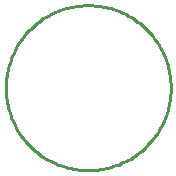
<source format=gbr>
G04 EAGLE Gerber RS-274X export*
G75*
%MOMM*%
%FSLAX34Y34*%
%LPD*%
%IN*%
%IPPOS*%
%AMOC8*
5,1,8,0,0,1.08239X$1,22.5*%
G01*
%ADD10C,0.254000*%


D10*
X69850Y-1143D02*
X69850Y1143D01*
X69775Y3428D01*
X69626Y5709D01*
X69402Y7984D01*
X69103Y10251D01*
X68731Y12506D01*
X68285Y14748D01*
X67766Y16974D01*
X67174Y19183D01*
X66510Y21370D01*
X65776Y23535D01*
X64970Y25674D01*
X64096Y27786D01*
X63152Y29869D01*
X62141Y31919D01*
X61063Y33935D01*
X59920Y35915D01*
X58713Y37856D01*
X57443Y39757D01*
X56112Y41615D01*
X54720Y43429D01*
X53270Y45196D01*
X51762Y46915D01*
X50200Y48583D01*
X48583Y50200D01*
X46915Y51762D01*
X45196Y53270D01*
X43429Y54720D01*
X41615Y56112D01*
X39757Y57443D01*
X37856Y58713D01*
X35915Y59920D01*
X33935Y61063D01*
X31919Y62141D01*
X29869Y63152D01*
X27786Y64096D01*
X25674Y64970D01*
X23535Y65776D01*
X21370Y66510D01*
X19183Y67174D01*
X16974Y67766D01*
X14748Y68285D01*
X12506Y68731D01*
X10251Y69103D01*
X7984Y69402D01*
X5709Y69626D01*
X3428Y69775D01*
X1143Y69850D01*
X-1143Y69850D01*
X-3428Y69775D01*
X-5709Y69626D01*
X-7984Y69402D01*
X-10251Y69103D01*
X-12506Y68731D01*
X-14748Y68285D01*
X-16974Y67766D01*
X-19183Y67174D01*
X-21370Y66510D01*
X-23535Y65776D01*
X-25674Y64970D01*
X-27786Y64096D01*
X-29869Y63152D01*
X-31919Y62141D01*
X-33935Y61063D01*
X-35915Y59920D01*
X-37856Y58713D01*
X-39757Y57443D01*
X-41615Y56112D01*
X-43429Y54720D01*
X-45196Y53270D01*
X-46915Y51762D01*
X-48583Y50200D01*
X-50200Y48583D01*
X-51762Y46915D01*
X-53270Y45196D01*
X-54720Y43429D01*
X-56112Y41615D01*
X-57443Y39757D01*
X-58713Y37856D01*
X-59920Y35915D01*
X-61063Y33935D01*
X-62141Y31919D01*
X-63152Y29869D01*
X-64096Y27786D01*
X-64970Y25674D01*
X-65776Y23535D01*
X-66510Y21370D01*
X-67174Y19183D01*
X-67766Y16974D01*
X-68285Y14748D01*
X-68731Y12506D01*
X-69103Y10251D01*
X-69402Y7984D01*
X-69626Y5709D01*
X-69775Y3428D01*
X-69850Y1143D01*
X-69850Y-1143D01*
X-69775Y-3428D01*
X-69626Y-5709D01*
X-69402Y-7984D01*
X-69103Y-10251D01*
X-68731Y-12506D01*
X-68285Y-14748D01*
X-67766Y-16974D01*
X-67174Y-19183D01*
X-66510Y-21370D01*
X-65776Y-23535D01*
X-64970Y-25674D01*
X-64096Y-27786D01*
X-63152Y-29869D01*
X-62141Y-31919D01*
X-61063Y-33935D01*
X-59920Y-35915D01*
X-58713Y-37856D01*
X-57443Y-39757D01*
X-56112Y-41615D01*
X-54720Y-43429D01*
X-53270Y-45196D01*
X-51762Y-46915D01*
X-50200Y-48583D01*
X-48583Y-50200D01*
X-46915Y-51762D01*
X-45196Y-53270D01*
X-43429Y-54720D01*
X-41615Y-56112D01*
X-39757Y-57443D01*
X-37856Y-58713D01*
X-35915Y-59920D01*
X-33935Y-61063D01*
X-31919Y-62141D01*
X-29869Y-63152D01*
X-27786Y-64096D01*
X-25674Y-64970D01*
X-23535Y-65776D01*
X-21370Y-66510D01*
X-19183Y-67174D01*
X-16974Y-67766D01*
X-14748Y-68285D01*
X-12506Y-68731D01*
X-10251Y-69103D01*
X-7984Y-69402D01*
X-5709Y-69626D01*
X-3428Y-69775D01*
X-1143Y-69850D01*
X1143Y-69850D01*
X3428Y-69775D01*
X5709Y-69626D01*
X7984Y-69402D01*
X10251Y-69103D01*
X12506Y-68731D01*
X14748Y-68285D01*
X16974Y-67766D01*
X19183Y-67174D01*
X21370Y-66510D01*
X23535Y-65776D01*
X25674Y-64970D01*
X27786Y-64096D01*
X29869Y-63152D01*
X31919Y-62141D01*
X33935Y-61063D01*
X35915Y-59920D01*
X37856Y-58713D01*
X39757Y-57443D01*
X41615Y-56112D01*
X43429Y-54720D01*
X45196Y-53270D01*
X46915Y-51762D01*
X48583Y-50200D01*
X50200Y-48583D01*
X51762Y-46915D01*
X53270Y-45196D01*
X54720Y-43429D01*
X56112Y-41615D01*
X57443Y-39757D01*
X58713Y-37856D01*
X59920Y-35915D01*
X61063Y-33935D01*
X62141Y-31919D01*
X63152Y-29869D01*
X64096Y-27786D01*
X64970Y-25674D01*
X65776Y-23535D01*
X66510Y-21370D01*
X67174Y-19183D01*
X67766Y-16974D01*
X68285Y-14748D01*
X68731Y-12506D01*
X69103Y-10251D01*
X69402Y-7984D01*
X69626Y-5709D01*
X69775Y-3428D01*
X69850Y-1143D01*
M02*

</source>
